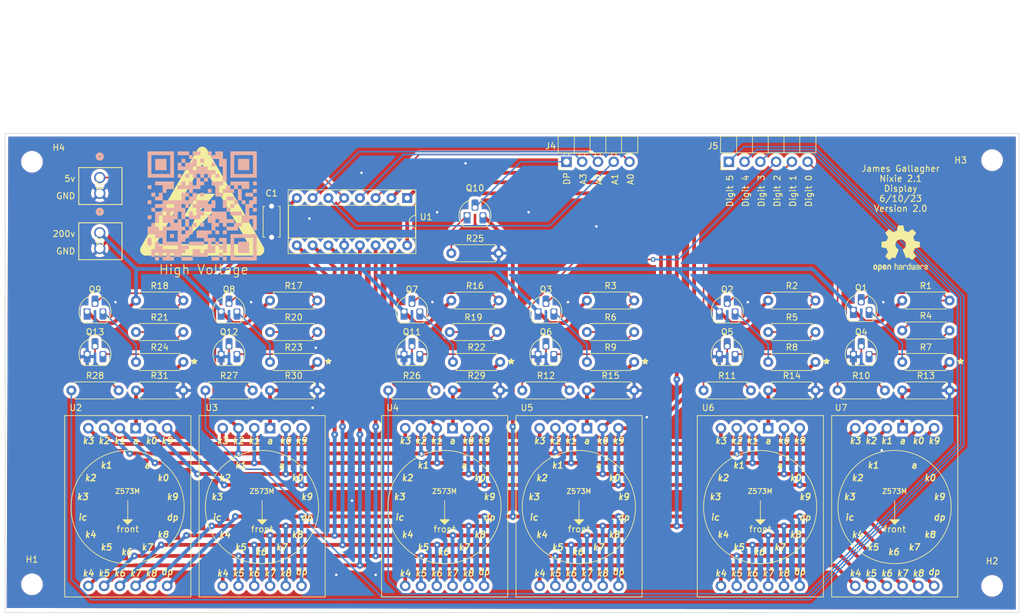
<source format=kicad_pcb>
(kicad_pcb (version 20221018) (generator pcbnew)
  (layers (0 "F.Cu" signal) (31 "B.Cu" signal) (34 "B.Paste" user) (35 "F.Paste" user) (36 "B.SilkS" user "B.Silkscreen") (37 "F.SilkS" user "F.Silkscreen") (38 "B.Mask" user) (39 "F.Mask" user) (44 "Edge.Cuts" user))
  (net 0 "")
  (net 1 "Net-(Q1-C)")
  (net 2 "Net-(Q1-B)")
  (net 3 "Net-(Q4-C)")
  (net 4 "GND")
  (net 5 "Net-(Q2-C)")
  (net 6 "/tube_dp")
  (net 7 "/k8")
  (net 8 "/k9")
  (net 9 "DP")
  (net 10 "digit_0")
  (net 11 "digit_1")
  (net 12 "digit_2")
  (net 13 "/k2")
  (net 14 "digit_3")
  (net 15 "digit_4")
  (net 16 "digit_5")
  (net 17 "/k3")
  (net 18 "/k7")
  (net 19 "A0")
  (net 20 "A1")
  (net 21 "A2")
  (net 22 "A3")
  (net 23 "/k6")
  (net 24 "/k4")
  (net 25 "/k5")
  (net 26 "/k1")
  (net 27 "VCC")
  (net 28 "/k0")
  (net 29 "HV")
  (net 30 "Net-(Q3-C)")
  (net 31 "T1")
  (net 32 "T2")
  (net 33 "T3")
  (net 34 "T4")
  (net 35 "T5")
  (net 36 "T6")
  (net 37 "Net-(Q2-B)")
  (net 38 "Net-(Q7-C)")
  (net 39 "Net-(Q3-B)")
  (net 40 "Net-(Q4-B)")
  (net 41 "Net-(Q5-B)")
  (net 42 "Net-(Q5-C)")
  (net 43 "Net-(Q6-B)")
  (net 44 "Net-(Q6-C)")
  (net 45 "Net-(Q7-B)")
  (net 46 "Net-(Q8-C)")
  (net 47 "Net-(Q8-B)")
  (net 48 "Net-(Q9-C)")
  (net 49 "Net-(Q9-B)")
  (net 50 "Net-(Q10-E)")
  (net 51 "Net-(Q11-B)")
  (net 52 "Net-(Q11-C)")
  (net 53 "Net-(Q12-B)")
  (net 54 "Net-(Q12-C)")
  (net 55 "Net-(Q13-B)")
  (net 56 "Net-(Q13-C)")
  (footprint "Resistor_THT:R_Axial_DIN0207_L6.3mm_D2.5mm_P7.62mm_Horizontal" (layer "F.Cu") (at 128.524 118.872)
    (fp_text reference "R11")
    (fp_text value "10K")
  )
  (footprint "Resistor_THT:R_Axial_DIN0207_L6.3mm_D2.5mm_P7.62mm_Horizontal" (layer "F.Cu") (at 87.63 109.474)
    (fp_text reference "R19")
    (fp_text value "1M")
  )
  (footprint "Package_TO_SOT_THT:TO-92_HandSolder" (layer "F.Cu") (at 152.654 113.03)
    (fp_text reference "Q4")
    (fp_text value "MPSA42")
  )
  (footprint "Resistor_THT:R_Axial_DIN0207_L6.3mm_D2.5mm_P7.62mm_Horizontal" (layer "F.Cu") (at 138.938 104.394)
    (fp_text reference "R2")
    (fp_text value "10K")
  )
  (footprint "MountingHole:MountingHole_3mm" (layer "F.Cu") (at 175.006 150.368)
    (fp_text reference "H2")
    (fp_text value "MountingHole")
  )
  (footprint "Package_DIP:DIP-16_W7.62mm_Socket" (layer "F.Cu") (at 80.772 87.884 -90)
    (fp_text reference "U1")
    (fp_text value "74141")
  )
  (footprint "Connector_PinHeader_2.54mm:PinHeader_1x05_P2.54mm_Horizontal" (layer "F.Cu") (at 106.426 82.042 90)
    (fp_text reference "J4")
    (fp_text value "Conn_01x05_Socket" hide)
  )
  (footprint "Package_TO_SOT_THT:TO-92_HandSolder" (layer "F.Cu") (at 50.8 113.03)
    (fp_text reference "Q12")
    (fp_text value "MPSA42")
  )
  (footprint "Package_TO_SOT_THT:TO-92_HandSolder" (layer "F.Cu") (at 131.064 113.03)
    (fp_text reference "Q5")
    (fp_text value "MPSA42")
  )
  (footprint "Package_TO_SOT_THT:TO-92_HandSolder" (layer "F.Cu") (at 131.064 106.172)
    (fp_text reference "Q2")
    (fp_text value "MPSA92")
  )
  (footprint "Resistor_THT:R_Axial_DIN0207_L6.3mm_D2.5mm_P7.62mm_Horizontal" (layer "F.Cu") (at 37.084 109.474)
    (fp_text reference "R21")
    (fp_text value "1M")
  )
  (footprint "Resistor_THT:R_Axial_DIN0207_L6.3mm_D2.5mm_P7.62mm_Horizontal" (layer "F.Cu") (at 87.884 104.394)
    (fp_text reference "R16")
    (fp_text value "10K")
  )
  (footprint "Package_TO_SOT_THT:TO-92_HandSolder" (layer "F.Cu") (at 152.654 105.918)
    (fp_text reference "Q1")
    (fp_text value "MPSA92")
  )
  (footprint "nixie-2.1-footprints:Z573M_Board" (layer "F.Cu") (at 86.808 137.668)
    (fp_text reference "U4")
    (fp_text value "Z573M_Board")
  )
  (footprint "Resistor_THT:R_Axial_DIN0207_L6.3mm_D2.5mm_P7.62mm_Horizontal" (layer "F.Cu") (at 160.528 109.22)
    (fp_text reference "R4")
    (fp_text value "1M")
  )
  (footprint "Resistor_THT:R_Axial_DIN0207_L6.3mm_D2.5mm_P7.62mm_Horizontal" (layer "F.Cu") (at 37.084 114.3)
    (fp_text reference "R24")
    (fp_text value "3.3K")
  )
  (footprint "Package_TO_SOT_THT:TO-92_HandSolder" (layer "F.Cu") (at 90.424 90.678)
    (fp_text reference "Q10")
    (fp_text value "MPSA42")
  )
  (footprint "Package_TO_SOT_THT:TO-92_HandSolder" (layer "F.Cu") (at 80.264 106.172)
    (fp_text reference "Q7")
    (fp_text value "MPSA92")
  )
  (footprint "Resistor_THT:R_Axial_DIN0207_L6.3mm_D2.5mm_P7.62mm_Horizontal" (layer "F.Cu") (at 109.728 114.3)
    (fp_text reference "R9")
    (fp_text value "3.3K")
  )
  (footprint "Package_TO_SOT_THT:TO-92_HandSolder" (layer "F.Cu") (at 101.854 106.172)
    (fp_text reference "Q3")
    (fp_text value "MPSA92")
  )
  (footprint "nixie-2.1-footprints:Z573M_Board" (layer "F.Cu") (at 137.668 137.668)
    (fp_text reference "U6")
    (fp_text value "Z573M_Board")
  )
  (footprint "Symbol:OSHW-Logo2_9.8x8mm_SilkScreen" (layer "F.Cu") (at 160.274 96.012)
    (fp_text reference "REF**" hide)
    (fp_text value "OSHW-Logo2_9.8x8mm_SilkScreen" hide)
  )
  (footprint "Resistor_THT:R_Axial_DIN0207_L6.3mm_D2.5mm_P7.62mm_Horizontal" (layer "F.Cu") (at 138.938 114.3)
    (fp_text reference "R8")
    (fp_text value "3.3K")
  )
  (footprint "Package_TO_SOT_THT:TO-92_HandSolder" (layer "F.Cu") (at 80.264 113.03)
    (fp_text reference "Q11")
    (fp_text value "MPSA42")
  )
  (footprint "Resistor_THT:R_Axial_DIN0207_L6.3mm_D2.5mm_P7.62mm_Horizontal" (layer "F.Cu") (at 88.138 114.3)
    (fp_text reference "R22")
    (fp_text value "3.3K")
  )
  (footprint "nixie-2.1-footprints:Z573M_Board" (layer "F.Cu") (at 35.754 137.668)
    (fp_text reference "U2")
    (fp_text value "Z573M_Board")
  )
  (footprint "Resistor_THT:R_Axial_DIN0207_L6.3mm_D2.5mm_P7.62mm_Horizontal" (layer "F.Cu") (at 26.67 118.872)
    (fp_text reference "R28")
    (fp_text value "10K")
  )
  (footprint "MountingHole:MountingHole_3mm" (layer "F.Cu") (at 20.32 82.042)
    (fp_text reference "H4")
    (fp_text value "MountingHole")
  )
  (footprint "nixie-2.1-footprints:Z573M_Board" (layer "F.Cu") (at 159.318 137.668)
    (fp_text reference "U7")
    (fp_text value "Z573M_Board")
  )
  (footprint "nixie-2.1-footprints:Z573M_Board" (layer "F.Cu") (at 108.458 137.668)
    (fp_text reference "U5")
    (fp_text value "Z573M_Board")
  )
  (footprint "Resistor_THT:R_Axial_DIN0207_L6.3mm_D2.5mm_P7.62mm_Horizontal" (layer "F.Cu") (at 58.674 114.3)
    (fp_text reference "R23")
    (fp_text value "3.3K")
  )
  (footprint "Resistor_THT:R_Axial_DIN0207_L6.3mm_D2.5mm_P7.62mm_Horizontal" (layer "F.Cu") (at 160.528 104.394)
    (fp_text reference "R1")
    (fp_text value "10K")
  )
  (footprint "nixie-2.1-footprints:CONN_OSTVN02A150_OST" (layer "F.Cu") (at 31.242 84.582 -90)
    (fp_text reference "J1")
    (fp_text value "OSTVN02A150")
  )
  (footprint "Resistor_THT:R_Axial_DIN0207_L6.3mm_D2.5mm_P7.62mm_Horizontal" (layer "F.Cu") (at 58.674 109.474)
    (fp_text reference "R20")
    (fp_text value "1M")
  )
  (footprint "Resistor_THT:R_Axial_DIN0207_L6.3mm_D2.5mm_P7.62mm_Horizontal" (layer "F.Cu") (at 58.674 118.872)
    (fp_text reference "R30")
    (fp_text value "220K")
  )
  (footprint "Resistor_THT:R_Axial_DIN0207_L6.3mm_D2.5mm_P7.62mm_Horizontal" (layer "F.Cu") (at 58.674 104.394)
    (fp_text reference "R17")
    (fp_text value "10K")
  )
  (footprint "MountingHole:MountingHole_3mm" (layer "F.Cu") (at 20.32 150.114)
    (fp_text reference "H1")
    (fp_text value "MountingHole")
  )
  (footprint "Resistor_THT:R_Axial_DIN0207_L6.3mm_D2.5mm_P7.62mm_Horizontal" (layer "F.Cu") (at 150.114 118.872)
    (fp_text reference "R10")
    (fp_text value "10K")
  )
  (footprint "Resistor_THT:R_Axial_DIN0207_L6.3mm_D2.5mm_P7.62mm_Horizontal" (layer "F.Cu") (at 109.728 104.394)
    (fp_text reference "R3")
    (fp_text value "10K")
  )
  (footprint "nixie-2.1-footprints:CONN_OSTVN02A150_OST" (layer "F.Cu") (at 31.242 93.472 -90)
    (fp_text reference "J2")
    (fp_text value "OSTVN02A150")
  )
  (footprint "Package_TO_SOT_THT:TO-92_HandSolder" (layer "F.Cu") (at 101.854 113.03)
    (fp_text reference "Q6")
    (fp_text value "MPSA42")
  )
  (footprint "Resistor_THT:R_Axial_DIN0207_L6.3mm_D2.5mm_P7.62mm_Horizontal" (layer "F.Cu") (at 37.084 104.394)
    (fp_text reference "R18")
    (fp_text value "10K")
  )
  (footprint "Resistor_THT:R_Axial_DIN0207_L6.3mm_D2.5mm_P7.62mm_Horizontal" (layer "F.Cu") (at 109.728 109.474)
    (fp_text reference "R6")
    (fp_text value "1M")
  )
  (footprint "Connector_PinHeader_2.54mm:PinHeader_1x06_P2.54mm_Horizontal" (layer "F.Cu") (at 132.588 82.042 90)
    (fp_text reference "J5")
    (fp_text value "Conn_01x06_Socket")
  )
  (footprint "Resistor_THT:R_Axial_DIN0207_L6.3mm_D2.5mm_P7.62mm_Horizontal" (layer "F.Cu") (at 87.884 96.774)
    (fp_text reference "R25")
    (fp_text value "12K")
  )
  (footprint "Resistor_THT:R_Axial_DIN0207_L6.3mm_D2.5mm_P7.62mm_Horizontal" (layer "F.Cu") (at 99.314 118.872)
    (fp_text reference "R12")
    (fp_text value "10K")
  )
  (footprint "Resistor_THT:R_Axial_DIN0207_L6.3mm_D2.5mm_P7.62mm_Horizontal" (layer "F.Cu") (at 37.084 118.872)
    (fp_text reference "R31")
    (fp_text value "220K")
  )
  (footprint "Resistor_THT:R_Axial_DIN0207_L6.3mm_D2.5mm_P7.62mm_Horizontal" (layer "F.Cu") (at 48.26 118.872)
    (fp_text reference "R27")
    (fp_text value "10K")
  )
  (footprint "Package_TO_SOT_THT:TO-92_HandSolder" (layer "F.Cu") (at 29.21 113.03)
    (fp_text reference "Q13")
    (fp_text value "MPSA42")
  )
  (footprint "Resistor_THT:R_Axial_DIN0207_L6.3mm_D2.5mm_P7.62mm_Horizontal" (layer "F.Cu") (at 160.528 114.3)
    (fp_text reference "R7")
    (fp_text value "3.3K")
  )
  (footprint "Capacitor_THT:C_Disc_D4.7mm_W2.5mm_P5.00mm" (layer "F.Cu") (at 58.928 94.194 90)
    (fp_text reference "C1")
    (fp_text value "100nF")
  )
  (footprint "nixie-2.1-footprints:Z573M_Board" (layer "F.Cu") (at 57.404 137.668)
    (fp_text reference "U3")
    (fp_text value "Z573M_Board")
  )
  (footprint "Resistor_THT:R_Axial_DIN0207_L6.3mm_D2.5mm_P7.62mm_Horizontal" (layer "F.Cu") (at 138.938 118.872)
    (fp_text reference "R14")
    (fp_text value "220K")
  )
  (footprint "Package_TO_SOT_THT:TO-92_HandSolder" (layer "F.Cu") (at 29.21 106.172)
    (fp_text reference "Q9")
    (fp_text value "MPSA92")
  )
  (footprint "nixie-2.1-footprints:High_Voltage_warning" (layer "F.Cu") (at 47.752 88.392)
    (fp_text reference "REF**" hide)
    (fp_text value "High_Voltage_warning" hide)
  )
  (footprint "Resistor_THT:R_Axial_DIN0207_L6.3mm_D2.5mm_P7.62mm_Horizontal" (layer "F.Cu") (at 109.728 118.872)
    (fp_text reference "R15")
    (fp_text value "220K")
  )
  (footprint "Package_TO_SOT_THT:TO-92_HandSolder" (layer "F.Cu") (at 50.8 106.172)
    (fp_text reference "Q8")
    (fp_text value "MPSA92")
  )
  (footprint "Resistor_THT:R_Axial_DIN0207_L6.3mm_D2.5mm_P7.62mm_Horizontal" (layer "F.Cu") (at 160.528 118.872)
    (fp_text reference "R13")
    (fp_text value "220K")
  )
  (footprint "Resistor_THT:R_Axial_DIN0207_L6.3mm_D2.5mm_P7.62mm_Horizontal" (layer "F.Cu") (at 138.938 109.474)
    (fp_text reference "R5")
    (fp_text value "1M")
  )
  (footprint "Resistor_THT:R_Axial_DIN0207_L6.3mm_D2.5mm_P7.62mm_Horizontal" (layer "F.Cu") (at 77.724 118.872)
    (fp_text reference "R26")
    (fp_text value "10K")
  )
  (footprint "Resistor_THT:R_Axial_DIN0207_L6.3mm_D2.5mm_P7.62mm_Horizontal" (layer "F.Cu") (at 88.138 118.872)
    (fp_text reference "R29")
    (fp_text value "220K")
  )
  (footprint "MountingHole:MountingHole_3mm" (layer "F.Cu") (at 175.006 81.788)
    (fp_text reference "H3")
    (fp_text value "MountingHole")
  )
  (footprint "nixie-2.1-footprints:QR-code-jhrg-nixie-2" (layer "B.Cu") (at 47.752 89.154 180)
    (fp_text reference "G***" hide)
    (fp_text value "LOGO" hide)
  )
  (gr_rect (start 16.002 77.47) (end 179.324 154.686) (stroke (width 0.1)) (fill none) (layer "Edge.Cuts"))
  (gr_text "Digit 0" (at 146.05 89.408 90) (layer "F.SilkS") (effects (font (size 1 1)) (justify left bottom)))
  (gr_text "5v" (at 25.463333 85.344) (layer "F.SilkS") (effects (font (size 1 1)) (justify left bottom)))
  (gr_text "Digit 2" (at 140.97 89.408 90) (layer "F.SilkS") (effects (font (size 1 1)) (justify left bottom)))
  (gr_text "*" (at 68.834 115.57) (layer "F.SilkS") (effects (font (size 1.5 1.5) (thickness 0.3) bold) (justify left bottom mirror)))
  (gr_text "Digit 1" (at 143.51 89.408 90) (layer "F.SilkS") (effects (font (size 1 1)) (justify left bottom)))
  (gr_text locked "James Gallagher\nNixie 2.1\nDisplay\n6/10/23\nVersion 2.0" (at 160.274 86.36) (layer "F.SilkS") (effects (font (size 1 1))))
  (gr_text "Digit 4" (at 135.89 89.408 90) (layer "F.SilkS") (effects (font (size 1 1)) (justify left bottom)))
  (gr_text locked "High Voltage" (at 48.006 98.552) (layer "F.SilkS") (effects (font (size 1.5 1.5)) (justify top)))
  (gr_text "*" (at 119.888 115.57) (layer "F.SilkS") (effects (font (size 1.5 1.5) (thickness 0.3) bold) (justify left bottom mirror)))
  (gr_text "*" (at 98.298 115.57) (layer "F.SilkS") (effects (font (size 1.5 1.5) (thickness 0.3) bold) (justify left bottom mirror)))
  (gr_text "GND" (at 24.13 97.028) (layer "F.SilkS") (effects (font (size 1 1)) (justify left bottom)))
  (gr_text "*" (at 149.098 115.57) (layer "F.SilkS") (effects (font (size 1.5 1.5) (thickness 0.3) bold) (justify left bottom mirror)))
  (gr_text "Digit 5" (at 133.35 89.408 90) (layer "F.SilkS") (effects (font (size 1 1)) (justify left bottom)))
  (gr_text "A1" (at 114.808 85.852 90) (layer "F.SilkS") (effects (font (size 1 1)) (justify left bottom)))
  (gr_text "*" (at 170.688 115.57) (layer "F.SilkS") (effects (font (size 1.5 1.5) (thickness 0.3) bold) (justify left bottom mirror)))
  (gr_text "Digit 3" (at 138.43 89.408 90) (layer "F.SilkS") (effects (font (size 1 1)) (justify left bottom)))
  (gr_text "GND" (at 24.13 88.138) (layer "F.SilkS") (effects (font (size 1 1)) (justify left bottom)))
  (gr_text "DP" (at 105.918 85.852 90) (layer "F.SilkS") (effects (font (size 1 1)) (justify left top)))
  (gr_text "*" (at 47.244 115.57) (layer "F.SilkS") (effects (font (size 1.5 1.5) (thickness 0.3) bold) (justify left bottom mirror)))
  (gr_text "A3" (at 109.728 85.852 90) (layer "F.SilkS") (effects (font (size 1 1)) (justify left bottom)))
  (gr_text "A2" (at 112.268 85.852 90) (layer "F.SilkS") (effects (font (size 1 1)) (justify left bottom)))
  (gr_text "A0" (at 117.348 85.852 90) (layer "F.SilkS") (effects (font (size 1 1)) (justify left bottom)))
  (gr_text "200v" (at 23.558571 94.234) (layer "F.SilkS") (effects (font (size 1 1)) (justify left bottom)))
  (segment (start 160.528 111.252) (end 160.528 114.3) (width 0.25) (layer "B.Cu") (net 1))
  (segment (start 155.194 105.918) (end 160.528 111.252) (width 0.25) (layer "B.Cu") (net 1))
  (segment (start 168.148 104.394) (end 165.354 104.394) (width 0.25) (layer "F.Cu") (net 2))
  (segment (start 166.973 103.219) (end 168.148 104.394) (width 0.25) (layer "F.Cu") (net 2))
  (segment (start 165.354 104.394) (end 160.528 109.22) (width 0.25) (layer "F.Cu") (net 2))
  (segment (start 153.924 104.648) (end 155.353 103.219) (width 0.25) (layer "F.Cu") (net 2))
  (segment (start 155.353 103.219) (end 166.973 103.219) (width 0.25) (layer "F.Cu") (net 2))
  (segment (start 168.148 109.22) (end 164.338 113.03) (width 0.25) (layer "F.Cu") (net 3))
  (segment (start 164.338 113.03) (end 155.194 113.03) (width 0.25) (layer "F.Cu") (net 3))
  (via (at 55.626 104.648) (size 0.8) (drill 0.4) (layers "F.Cu" "B.Cu") (net 4))
  (via (at 135.636 104.648) (size 0.8) (drill 0.4) (layers "F.Cu" "B.Cu") (net 4))
  (via (at 111.252 92.456) (size 0.8) (drill 0.4) (layers "F.Cu" "B.Cu") (net 4))
  (via (at 65.024 91.186) (size 0.8) (drill 0.4) (layers "F.Cu" "B.Cu") (net 4))
  (via (at 106.68 104.648) (size 0.8) (drill 0.4) (layers "F.Cu" "B.Cu") (net 4))
  (via (at 33.782 104.648) (size 0.8) (drill 0.4) (layers "F.Cu" "B.Cu") (net 4))
  (via (at 119.38 123.19) (size 0.8) (drill 0.4) (layers "F.Cu" "B.Cu") (net 4))
  (via (at 66.04 112.014) (size 0.8) (drill 0.4) (layers "F.Cu" "B.Cu") (net 4))
  (via (at 75.692 148.59) (size 0.8) (drill 0.4) (layers "F.Cu" "B.Cu") (net 4))
  (via (at 71.882 136.652) (size 0.8) (drill 0.4) (layers "F.Cu" "B.Cu") (net 4))
  (via (at 85.598 90.17) (size 0.8) (drill 0.4) (layers "F.Cu" "B.Cu") (net 4))
  (via (at 100.33 90.17) (size 0.8) (drill 0.4) (layers "F.Cu" "B.Cu") (net 4))
  (via (at 73.406 83.82) (size 0.8) (drill 0.4) (layers "F.Cu" "B.Cu") (net 4))
  (via (at 157.48 104.648) (size 0.8) (drill 0.4) (layers "F.Cu" "B.Cu") (net 4))
  (via (at 65.532 121.666) (size 0.8) (drill 0.4) (layers "F.Cu" "B.Cu") (net 4))
  (via (at 90.17 82.296) (size 0.8) (drill 0.4) (layers "F.Cu" "B.Cu") (net 4))
  (via (at 84.836 104.648) (size 0.8) (drill 0.4) (layers "F.Cu" "B.Cu") (net 4))
  (via (at 157.226 128.524) (size 0.8) (drill 0.4) (layers "F.Cu" "B.Cu") (net 4))
  (via (at 69.342 148.59) (size 0.8) (drill 0.4) (layers "F.Cu" "B.Cu") (net 4))
  (segment (start 138.938 111.506) (end 138.938 114.3) (width 0.25) (layer "B.Cu") (net 5))
  (segment (start 133.604 106.172) (end 138.938 111.506) (width 0.25) (layer "B.Cu") (net 5))
  (segment (start 97.79 95.504) (end 97.79 124.714) (width 0.606715) (layer "F.Cu") (net 6))
  (segment (start 165.668 150.368) (end 154.492 139.192) (width 0.606715) (layer "F.Cu") (net 6))
  (segment (start 92.964 90.678) (end 97.79 95.504) (width 0.606715) (layer "F.Cu") (net 6))
  (segment (start 154.492 139.192) (end 93.218 139.192) (width 0.606715) (layer "F.Cu") (net 6))
  (segment (start 93.218 139.192) (end 53.086 139.192) (width 0.606715) (layer "F.Cu") (net 6))
  (via (at 53.086 139.192) (size 1.09728) (drill 0.4) (layers "F.Cu" "B.Cu") (net 6))
  (via (at 63.754 139.192) (size 1.09728) (drill 0.4) (layers "F.Cu" "B.Cu") (net 6))
  (via (at 97.79 124.714) (size 1.09728) (drill 0.4) (layers "F.Cu" "B.Cu") (net 6))
  (via (at 114.808 139.192) (size 1.09728) (drill 0.4) (layers "F.Cu" "B.Cu") (net 6))
  (via (at 144.018 139.192) (size 1.09728) (drill 0.4) (layers "F.Cu" "B.Cu") (net 6))
  (via (at 97.79 139.192) (size 1.09728) (drill 0.4) (layers "F.Cu" "B.Cu") (net 6))
  (via (at 93.218 139.192) (size 1.09728) (drill 0.4) (layers "F.Cu" "B.Cu") (net 6))
  (segment (start 144.018 150.368) (end 144.018 139.192) (width 0.606715) (layer "B.Cu") (net 6))
  (segment (start 93.158 150.368) (end 93.158 139.252) (width 0.606715) (layer "B.Cu") (net 6))
  (segment (start 53.086 139.386) (end 53.086 139.192) (width 0.606715) (layer "B.Cu") (net 6))
  (segment (start 114.808 150.368) (end 114.808 139.192) (width 0.606715) (layer "B.Cu") (net 6))
  (segment (start 63.754 150.368) (end 63.754 139.192) (width 0.606715) (layer "B.Cu") (net 6))
  (segment (start 97.79 124.714) (end 97.79 139.192) (width 0.606715) (layer "B.Cu") (net 6))
  (segment (start 42.104 150.368) (end 53.086 139.386) (width 0.606715) (layer "B.Cu") (net 6))
  (segment (start 80.772 87.884) (end 83.312 85.344) (width 0.606715) (layer "F.Cu") (net 7))
  (segment (start 90.678 140.716) (end 49.276 140.716) (width 0.606715) (layer "F.Cu") (net 7))
  (segment (start 124.206 85.344) (end 124.206 117.094) (width 0.606715) (layer "F.Cu") (net 7))
  (segment (start 163.128 150.368) (end 153.476 140.716) (width 0.606715) (layer "F.Cu") (net 7))
  (segment (start 153.476 140.716) (end 90.678 140.716) (width 0.606715) (layer "F.Cu") (net 7))
  (segment (start 83.312 85.344) (end 124.206 85.344) (width 0.606715) (layer "F.Cu") (net 7))
  (via (at 49.276 140.716) (size 1.09728) (drill 0.4) (layers "F.Cu" "B.Cu") (net 7))
  (via (at 61.214 140.716) (size 1.09728) (drill 0.4) (layers "F.Cu" "B.Cu") (net 7))
  (via (at 112.268 140.716) (size 1.09728) (drill 0.4) (layers "F.Cu" "B.Cu") (net 7))
  (via (at 124.206 117.094) (size 1.09728) (drill 0.4) (layers "F.Cu" "B.Cu") (net 7))
  (via (at 90.678 140.716) (size 1.09728) (drill 0.4) (layers "F.Cu" "B.Cu") (net 7))
  (via (at 141.478 140.716) (size 1.09728) (drill 0.4) (layers "F.Cu" "B.Cu") (net 7))
  (via (at 124.206 140.716) (size 1.09728) (drill 0.4) (layers "F.Cu" "B.Cu") (net 7))
  (segment (start 49.216 140.716) (end 49.276 140.716) (width 0.606715) (layer "B.Cu") (net 7))
  (segment (start 39.564 150.368) (end 49.216 140.716) (width 0.606715) (layer "B.Cu") (net 7))
  (segment (start 124.206 117.094) (end 124.206 140.716) (width 0.606715) (layer "B.Cu") (net 7))
  (segment (start 61.214 150.368) (end 61.214 140.716) (width 0.606715) (layer "B.Cu") (net 7))
  (segment (start 90.618 150.368) (end 90.618 140.776) (width 0.606715) (layer "B.Cu") (net 7))
  (segment (start 141.478 150.368) (end 141.478 140.716) (width 0.606715) (layer "B.Cu") (net 7))
  (segment (start 112.268 150.368) (end 112.268 140.716) (width 0.606715) (layer "B.Cu") (net 7))
  (segment (start 127 118.364) (end 120.396 124.968) (width 0.606715) (layer "F.Cu") (net 8))
  (segment (start 165.668 124.968) (end 156.524 134.112) (width 0.606715) (layer "F.Cu") (net 8))
  (segment (start 120.396 124.968) (end 114.808 124.968) (width 0.606715) (layer "F.Cu") (net 8))
  (segment (start 156.524 134.112) (end 51.308 134.112) (width 0.606715) (layer "F.Cu") (net 8))
  (segment (start 82.296 83.82) (end 127 83.82) (width 0.606715) (layer "F.Cu") (net 8))
  (segment (start 127 83.82) (end 127 118.364) (width 0.606715) (layer "F.Cu") (net 8))
  (segment (start 78.232 87.884) (end 82.296 83.82) (width 0.606715) (layer "F.Cu") (net 8))
  (via (at 63.754 134.112) (size 1.09728) (drill 0.4) (layers "F.Cu" "B.Cu") (net 8))
  (via (at 93.218 134.112) (size 1.09728) (drill 0.4) (layers "F.Cu" "B.Cu") (net 8))
  (via (at 51.308 134.112) (size 1.09728) (drill 0.4) (layers "F.Cu" "B.Cu") (net 8))
  (via (at 144.018 134.112) (size 1.09728) (drill 0.4) (layers "F.Cu" "B.Cu") (net 8))
  (via (at 114.808 134.112) (size 1.09728) (drill 0.4) (layers "F.Cu" "B.Cu") (net 8))
  (segment (start 63.754 124.968) (end 63.754 134.112) (width 0.606715) (layer "B.Cu") (net 8))
  (segment (start 42.104 124.968) (end 51.248 134.112) (width 0.606715) (layer "B.Cu") (net 8))
  (segment (start 93.158 124.968) (end 93.158 134.052) (width 0.606715) (layer "B.Cu") (net 8))
  (segment (start 144.018 124.968) (end 144.018 134.112) (width 0.606715) (layer "B.Cu") (net 8))
  (segment (start 114.808 124.968) (end 114.808 134.112) (width 0.606715) (layer "B.Cu") (net 8))
  (segment (start 51.248 134.112) (end 51.308 134.112) (width 0.606715) (layer "B.Cu") (net 8))
  (segment (start 93.158 134.052) (end 93.218 134.112) (width 0.606715) (layer "B.Cu") (net 8))
  (segment (start 99.06 82.042) (end 106.426 82.042) (width 0.25) (layer "B.Cu") (net 9))
  (segment (start 91.694 89.408) (end 99.06 82.042) (width 0.25) (layer "B.Cu") (net 9))
  (segment (start 150.114 118.872) (end 150.114 86.868) (width 0.25) (layer "F.Cu") (net 10))
  (segment (start 150.114 86.868) (end 145.288 82.042) (width 0.25) (layer "F.Cu") (net 10))
  (segment (start 128.524 118.872) (end 128.524 96.266) (width 0.25) (layer "F.Cu") (net 11))
  (segment (start 128.524 96.266) (end 142.748 82.042) (width 0.25) (layer "F.Cu") (net 11))
  (segment (start 99.314 106.563472) (end 108.087472 97.79) (width 0.25) (layer "F.Cu") (net 12))
  (segment (start 108.087472 97.79) (end 120.396 97.79) (width 0.25) (layer "F.Cu") (net 12))
  (segment (start 99.314 118.872) (end 99.314 106.563472) (width 0.25) (layer "F.Cu") (net 12))
  (via (at 120.396 97.79) (size 0.8) (drill 0.4) (layers "F.Cu" "B.Cu") (net 12))
  (segment (start 120.396 97.79) (end 124.46 97.79) (width 0.25) (layer "B.Cu") (net 12))
  (segment (start 124.46 97.79) (end 140.208 82.042) (width 0.25) (layer "B.Cu") (net 12))
  (segment (start 62.992 87.884) (end 49.696643 101.179357) (width 0.606715) (layer "F.Cu") (net 13))
  (segment (start 151.444 129.032) (end 36.068 129.032) (width 0.606715) (layer "F.Cu") (net 13))
  (segment (start 155.508 124.968) (end 151.444 129.032) (width 0.606715) (layer "F.Cu") (net 13))
  (segment (start 49.696643 121.070643) (end 53.594 124.968) (width 0.606715) (layer "F.Cu") (net 13))
  (segment (start 49.696643 101.179357) (end 49.696643 121.070643) (width 0.606715) (layer "F.Cu") (net 13))
  (via (at 53.594 129.032) (size 1.09728) (drill 0.4) (layers "F.Cu" "B.Cu") (net 13))
  (via (at 36.068 129.032) (size 1.09728) (drill 0.4) (layers "F.Cu" "B.Cu") (net 13))
  (via (at 83.058 129.032) (size 1.09728) (drill 0.4) (layers "F.Cu" "B.Cu") (net 13))
  (via (at 133.858 129.032) (size 1.09728) (drill 0.4) (layers "F.Cu" "B.Cu") (net 13))
  (via (at 104.648 128.778) (size 1.09728) (drill 0.4) (layers "F.Cu" "B.Cu") (net 13))
  (segment (start 53.594 124.968) (end 53.594 129.032) (width 0.606715) (layer "B.Cu") (net 13))
  (segment (start 36.008 129.032) (end 36.068 129.032) (width 0.606715) (layer "B.Cu") (net 13))
  (segment (start 82.998 128.972) (end 82.998 124.968) (width 0.606715) (layer "B.Cu") (net 13))
  (segment (start 83.058 129.032) (end 82.998 128.972) (width 0.606715) (layer "B.Cu") (net 13))
  (segment (start 31.944 124.968) (end 36.008 129.032) (width 0.606715) (layer "B.Cu") (net 13))
  (segment (start 104.648 124.968) (end 104.648 128.778) (width 0.606715) (layer "B.Cu") (net 13))
  (segment (start 133.858 124.968) (end 133.858 129.032) (width 0.606715) (layer "B.Cu") (net 13))
  (segment (start 169.418 103.886) (end 169.418 127.508) (width 0.25) (layer "B.Cu") (net 14))
  (segment (start 146.05 80.518) (end 139.192 80.518) (width 0.25) (layer "B.Cu") (net 14))
  (segment (start 79.995588 151.638) (end 77.724 149.366412) (width 0.25) (layer "B.Cu") (net 14))
  (segment (start 139.192 80.518) (end 137.668 82.042) (width 0.25) (layer "B.Cu") (net 14))
  (segment (start 169.418 103.886) (end 146.05 80.518) (width 0.25) (layer "B.Cu") (net 14))
  (segment (start 145.288 151.638) (end 79.995588 151.638) (width 0.25) (layer "B.Cu") (net 14))
  (segment (start 77.724 149.366412) (end 77.724 118.872) (width 0.25) (layer "B.Cu") (net 14))
  (segment (start 169.418 127.508) (end 145.288 151.638) (width 0.25) (layer "B.Cu") (net 14))
  (segment (start 54.827775 131.572) (end 48.26 125.004225) (width 0.25) (layer "B.Cu") (net 15))
  (segment (start 146.236396 80.068) (end 137.102 80.068) (width 0.25) (layer "B.Cu") (net 15))
  (segment (start 57.440225 131.572) (end 54.827775 131.572) (width 0.25) (layer "B.Cu") (net 15))
  (segment (start 76.708 152.146) (end 64.979 140.417) (width 0.25) (layer "B.Cu") (net 15))
  (segment (start 169.926 103.757604) (end 169.926 127.636396) (width 0.25) (layer "B.Cu") (net 15))
  (segment (start 64.979 139.110775) (end 57.440225 131.572) (width 0.25) (layer "B.Cu") (net 15))
  (segment (start 137.102 80.068) (end 135.128 82.042) (width 0.25) (layer "B.Cu") (net 15))
  (segment (start 169.926 103.757604) (end 146.236396 80.068) (width 0.25) (layer "B.Cu") (net 15))
  (segment (start 64.979 140.417) (end 64.979 139.110775) (width 0.25) (layer "B.Cu") (net 15))
  (segment (start 169.926 127.636396) (end 145.416396 152.146) (width 0.25) (layer "B.Cu") (net 15))
  (segment (start 48.26 125.004225) (end 48.26 118.872) (width 0.25) (layer "B.Cu") (net 15))
  (segment (start 145.416396 152.146) (end 76.708 152.146) (width 0.25) (layer "B.Cu") (net 15))
  (segment (start 135.012 79.618) (end 132.588 82.042) (width 0.25) (layer "B.Cu") (net 16))
  (segment (start 146.422792 79.618) (end 135.012 79.618) (width 0.25) (layer "B.Cu") (net 16))
  (segment (start 29.899588 152.596) (end 145.602792 152.596) (width 0.25) (layer "B.Cu") (net 16))
  (segment (start 26.67 118.872) (end 26.67 149.366412) (width 0.25) (layer "B.Cu") (net 16))
  (segment (start 145.602792 152.596) (end 170.434 127.764792) (width 0.25) (layer "B.Cu") (net 16))
  (segment (start 26.67 149.366412) (end 29.899588 152.596) (width 0.25) (layer "B.Cu") (net 16))
  (segment (start 170.434 127.764792) (end 170.434 103.629208) (width 0.25) (layer "B.Cu") (net 16))
  (segment (start 170.434 103.629208) (end 146.422792 79.618) (width 0.25) (layer "B.Cu") (net 16))
  (segment (start 31.944 127.508) (end 29.404 124.968) (width 0.606715) (layer "F.Cu") (net 17))
  (segment (start 51.054 127.254) (end 50.8 127.508) (width 0.606715) (layer "F.Cu") (net 17))
  (segment (start 62.992 95.504) (end 67.818 100.33) (width 0.606715) (layer "F.Cu") (net 17))
  (segment (start 102.108 127.508) (end 80.264 127.508) (width 0.606715) (layer "F.Cu") (net 17))
  (segment (start 152.968 124.968) (end 150.428 127.508) (width 0.606715) (layer "F.Cu") (net 17))
  (segment (start 131.318 124.968) (end 131.318 127.254) (width 0.606715) (layer "F.Cu") (net 17))
  (segment (start 80.458 127.314) (end 80.264 127.508) (width 0.606715) (layer "F.Cu") (net 17))
  (segment (start 67.818 127.508) (end 80.264 127.508) (width 0.606715) (layer "F.Cu") (net 17))
  (segment (start 67.818 100.33) (end 67.818 127.508) (width 0.606715) (layer "F.Cu") (net 17))
  (segment (start 102.108 124.968) (end 102.108 127.508) (width 0.606715) (layer "F.Cu") (net 17))
  (segment (start 67.818 127.508) (end 50.8 127.508) (width 0.606715) (layer "F.Cu") (net 17))
  (segment (start 50.8 127.508) (end 31.944 127.508) (width 0.606715) (layer "F.Cu") (net 17))
  (segment (start 131.318 127.254) (end 131.572 127.508) (width 0.606715) (layer "F.Cu") (net 17))
  (segment (start 51.054 124.968) (end 51.054 127.254) (width 0.606715) (layer "F.Cu") (net 17))
  (segment (start 80.458 124.968) (end 80.458 127.314) (width 0.606715) (layer "F.Cu") (net 17))
  (segment (start 131.572 127.508) (end 102.108 127.508) (width 0.606715) (layer "F.Cu") (net 17))
  (segment (start 150.428 127.508) (end 131.572 127.508) (width 0.606715) (layer "F.Cu") (net 17))
  (segment (start 65.532 95.504) (end 69.088 99.06) (width 0.606715) (layer "F.Cu") (net 18))
  (segment (start 152.46 142.24) (end 109.728 142.24) (width 0.606715) (layer "F.Cu") (net 18))
  (segment (start 69.088 99.06) (end 69.088 125.984) (width 0.606715) (layer "F.Cu") (net 18))
  (segment (start 160.588 150.368) (end 152.46 142.24) (width 0.606715) (layer "F.Cu") (net 18))
  (segment (start 109.728 142.24) (end 45.152 142.24) (width 0.606715) (layer "F.Cu") (net 18))
  (via (at 69.088 142.24) (size 1.09728) (drill 0.4) (layers "F.Cu" "B.Cu") (net 18))
  (via (at 58.674 142.24) (size 1.09728) (drill 0.4) (layers "F.Cu" "B.Cu") (net 18))
  (via (at 69.088 125.984) (size 1.09728) (drill 0.4) (layers "F.Cu" "B.Cu") (net 18))
  (via (at 138.938 142.24) (size 1.09728) (drill 0.4) (layers "F.Cu" "B.Cu") (net 18))
  (via (at 88.138 142.24) (size 1.09728) (drill 0.4) (layers "F.Cu" "B.Cu") (net 18))
  (via (at 45.212 142.24) (size 1.09728) (drill 0.4) (layers "F.Cu" "B.Cu") (net 18))
  (via (at 109.728 142.24) (size 1.09728) (drill 0.4) (layers "F.Cu" "B.Cu") (net 18))
  (segment (start 45.152 142.24) (end 45.212 142.24) (width 0.606715) (layer "B.Cu") (net 18))
  (segment (start 109.728 150.368) (end 109.728 142.24) (width 0.606715) (layer "B.Cu") (net 18))
  (segment (start 88.078 150.368) (end 88.078 142.3) (width 0.606715) (layer "B.Cu") (net 18))
  (segment (start 58.674 150.368) (end 58.674 142.24) (width 0.606715) (layer "B.Cu") (net 18))
  (segment (start 69.088 125.984) (end 69.088 142.24) (width 0.606715) (layer "B.Cu") (net 18))
  (segment (start 138.938 150.368) (end 138.938 142.24) (width 0.606715) (layer "B.Cu") (net 18))
  (segment (start 88.078 142.3) (end 88.138 142.24) (width 0.606715) (layer "B.Cu") (net 18))
  (segment (start 37.024 150.368) (end 45.152 142.24) (width 0.606715) (layer "B.Cu") (net 18))
  (segment (start 82.709 80.867) (end 75.692 87.884) (width 0.25) (layer "F.Cu") (net 19))
  (segment (start 116.586 82.042) (end 115.411 80.867) (width 0.25) (layer "F.Cu") (net 19))
  (segment (start 115.411 80.867) (end 82.709 80.867) (width 0.25) (layer "F.Cu") (net 19))
  (segment (start 68.072 87.884) (end 72.541 92.353) (width 0.25) (layer "B.Cu") (net 20))
  (segment (start 103.735 92.353) (end 114.046 82.042) (width 0.25) (layer "B.Cu") (net 20))
  (segment (start 72.541 92.353) (end 103.735 92.353) (width 0.25) (layer "B.Cu") (net 20))
  (segment (start 72.999 80.417) (end 65.532 87.884) (width 0.25) (layer "B.Cu") (net 21))
  (segment (start 111.506 82.042) (end 109.881 80.417) (width 0.25) (layer "B.Cu") (net 21))
  (segment (start 109.881 80.417) (end 72.999 80.417) (width 0.25) (layer "B.Cu") (net 21))
  (segment (start 108.966 82.042) (end 107.791 80.867) (width 0.25) (layer "B.Cu") (net 22))
  (segment (start 80.169 80.867) (end 73.152 87.884) (width 0.25) (layer "B.Cu") (net 22))
  (segment (start 107.791 80.867) (end 80.169 80.867) (width 0.25) (layer "B.Cu") (net 22))
  (segment (start 151.444 143.764) (end 41.088 143.764) (width 0.606715) (layer "F.Cu") (net 23))
  (segment (start 158.048 150.368) (end 151.444 143.764) (width 0.606715) (layer "F.Cu") (net 23))
  (segment (start 70.358 97.79) (end 70.358 124.714) (width 0.606715) (layer "F.Cu") (net 23))
  (segment (start 68.072 95.504) (end 70.358 97.79) (width 0.606715) (layer "F.Cu") (net 23))
  (via (at 70.358 124.714) (size 1.09728) (drill 0.4) (layers "F.Cu" "B.Cu") (net 23))
  (via (at 41.148 143.764) (size 1.09728) (drill 0.4) (layers "F.Cu" "B.Cu") (net 23))
  (via (at 70.358 143.764) (size 1.09728) (drill 0.4) (layers "F.Cu" "B.Cu") (net 23))
  (via (at 85.598 143.764) (size 1.09728) (drill 0.4) (layers "F.Cu" "B.Cu") (net 23))
  (via (at 56.134 143.764) (size 1.09728) (drill 0.4) (layers "F.Cu" "B.Cu") (net 23))
  (via (at 136.398 143.764) (size 1.09728) (drill 0.4) (layers "F.Cu" "B.Cu") (net 23))
  (via (at 107.188 143.764) (size 1.09728) (drill 0.4) (layers "F.Cu" "B.Cu") (net 23))
  (segment (start 85.538 143.824) (end 85.598 143.764) (width 0.606715) (layer "B.Cu") (net 23))
  (segment (start 41.088 143.764) (end 41.148 143.764) (width 0.606715) (layer "B.Cu") (net 23))
  (segment (start 34.484 150.368) (end 41.088 143.764) (width 0.606715) (layer "B.Cu") (net 23))
  (segment (start 85.538 150.368) (end 85.538 143.824) (width 0.606715) (layer "B.Cu") (net 23))
  (segment (start 56.134 150.368) (end 56.134 143.764) (width 0.606715) (layer "B.Cu") (net 23))
  (segment (start 107.188 150.368) (end 107.188 143.764) (width 0.606715) (layer "B.Cu") (net 23))
  (segment (start 136.398 150.368) (end 136.398 143.764) (width 0.606715) (layer "B.Cu") (net 23))
  (segment (start 70.358 124.714) (end 70.358 143.764) (width 0.606715) (layer "B.Cu") (net 23))
  (segment (start 32.706 147.066) (end 29.404 150.368) (width 0.606715) (layer "F.Cu") (net 24))
  (segment (start 80.458 150.368) (end 80.458 147.126) (width 0.606715) (layer "F.Cu") (net 24))
  (segment (start 80.458 147.126) (end 80.518 147.066) (width 0.606715) (layer "F.Cu") (net 24))
  (segment (start 102.108 150.368) (end 102.108 147.066) (width 0.606715) (layer "F.Cu") (net 24))
  (segment (start 149.666 147.066) (end 131.318 147.066) (width 0.606715) (layer "F.Cu") (net 24))
  (segment (start 131.318 150.368) (end 131.318 147.066) (width 0.606715) (layer "F.Cu") (net 24))
  (segment (start 73.152 95.504) (end 73.152 125.984) (width 0.606715) (layer "F.Cu") (net 24))
  (segment (start 131.318 147.066) (end 102.108 147.066) (width 0.606715) (layer "F.Cu") (net 24))
  (segment (start 80.518 147.066) (end 51.054 147.066) (width 0.606715) (layer "F.Cu") (net 24))
  (segment (start 51.054 150.368) (end 51.054 147.066) (width 0.606715) (layer "F.Cu") (net 24))
  (segment (start 51.054 147.066) (end 32.706 147.066) (width 0.606715) (layer "F.Cu") (net 24))
  (segment (start 102.108 147.066) (end 80.518 147.066) (width 0.606715) (layer "F.Cu") (net 24))
  (segment (start 152.968 150.368) (end 149.666 147.066) (width 0.606715) (layer "F.Cu") (net 24))
  (via (at 73.152 147.066) (size 1.09728) (drill 0.4) (layers "F.Cu" "B.Cu") (net 24))
  (via (at 73.152 125.984) (size 1.09728) (drill 0.4) (layers "F.Cu" "B.Cu") (net 24))
  (segment (start 73.152 125.984) (end 73.152 147.066) (width 0.606715) (layer "B.Cu") (net 24))
  (segment (start 155.508 150.368) (end 150.682 145.542) (width 0.606715) (layer "F.Cu") (net 25))
  (segment (start 75.692 95.504) (end 75.692 124.714) (width 0.606715) (layer "F.Cu") (net 25))
  (segment (start 150.682 145.542) (end 36.83 145.542) (width 0.606715) (layer "F.Cu") (net 25))
  (via (at 53.594 145.542) (size 1.09728) (drill 0.4) (layers "F.Cu" "B.Cu") (net 25))
  (via (at 83.058 145.542) (size 1.09728) (drill 0.4) (layers "F.Cu" "B.Cu") (net 25))
  (via (at 36.83 145.542) (size 1.09728) (drill 0.4) (layers "F.Cu" "B.Cu") (net 25))
  (via (at 75.692 145.542) (size 1.09728) (drill 0.4) (layers "F.Cu" "B.Cu") (net 25))
  (via (at 133.858 145.542) (size 1.09728) (drill 0.4) (layers "F.Cu" "B.Cu") (net 25))
  (via (at 75.692 124.714) (size 1.09728) (drill 0.4) (layers "F.Cu" "B.Cu") (net 25))
  (via (at 104.648 145.542) (size 1.09728) (drill 0.4) (layers "F.Cu" "B.Cu") (net 25))
  (segment (start 82.998 145.602) (end 83.058 145.542) (width 0.606715) (layer "B.Cu") (net 25))
  (segment (start 75.692 124.714) (end 75.692 145.542) (width 0.606715) (layer "B.Cu") (net 25))
  (segment (start 31.944 150.368) (end 36.77 145.542) (width 0.606715) (layer "B.Cu") (net 25))
  (segment (start 133.858 150.368) (end 133.858 145.542) (width 0.606715) (layer "B.Cu") (net 25))
  (segment (start 36.77 145.542) (end 36.83 145.542) (width 0.606715) (layer "B.Cu") (net 25))
  (segment (start 53.594 150.368) (end 53.594 145.542) (width 0.606715) (layer "B.Cu") (net 25))
  (segment (start 82.998 150.368) (end 82.998 145.602) (width 0.606715) (layer "B.Cu") (net 25))
  (segment (start 104.648 150.368) (end 104.648 145.542) (width 0.606715) (layer "B.Cu") (net 25))
  (segment (start 78.232 95.504) (end 78.232 117.348) (width 0.606715) (layer "F.Cu") (net 26))
  (segment (start 158.048 124.968) (end 152.46 130.556) (width 0.606715) (layer "F.Cu") (net 26))
  (segment (start 78.232 117.348) (end 85.538 124.654) (width 0.606715) (layer "F.Cu") (net 26))
  (segment (start 85.598 130.556) (end 40.072 130.556) (width 0.606715) (layer "F.Cu") (net 26))
  (segment (start 85.538 124.654) (end 85.538 124.968) (width 0.606715) (layer "F.Cu") (net 26))
  (segment (start 152.46 130.556) (end 85.598 130.556) (width 0.606715) (layer "F.Cu") (net 26))
  (via (at 85.598 130.556) (size 1.09728) (drill 0.4) (layers "F.Cu" "B.Cu") (net 26))
  (via (at 56.134 130.556) (size 1.09728) (drill 0.4) (layers "F.Cu" "B.Cu") (net 26))
  (via (at 107.188 130.556) (size 1.09728) (drill 0.4) (layers "F.Cu" "B.Cu") (net 26))
  (via (at 40.132 130.556) (size 1.09728) (drill 0.4) (layers "F.Cu" "B.Cu") (net 26))
  (via (at 136.398 130.556) (size 1.09728) (drill 0.4) (layers "F.Cu" "B.Cu") (net 26))
  (segment (start 56.134 124.968) (end 56.134 130.556) (width 0.606715) (layer "B.Cu") (net 26))
  (segment (start 85.538 130.496) (end 85.598 130.556) (width 0.606715) (layer "B.Cu") (net 26))
  (segment (start 107.188 124.968) (end 107.188 130.556) (width 0.606715) (layer "B.Cu") (net 26))
  (segment (start 136.398 124.968) (end 136.398 130.556) (width 0.606715) (layer "B.Cu") (net 26))
  (segment (start 85.538 124.968) (end 85.538 130.496) (width 0.606715) (layer "B.Cu") (net 26))
  (segment (start 34.484 124.968) (end 40.072 130.556) (width 0.606715) (layer "B.Cu") (net 26))
  (segment (start 40.072 130.556) (end 40.132 130.556) (width 0.606715) (layer "B.Cu") (net 26))
  (segment (start 31.242 84.582) (end 67.31 84.582) (width 0.25) (layer "F.Cu") (net 27))
  (segment (start 64.302 94.194) (end 58.928 94.194) (width 0.25) (layer "F.Cu") (net 27))
  (segment (start 70.612 87.884) (end 64.302 94.194) (width 0.25) (layer "F.Cu") (net 27))
  (segment (start 67.31 84.582) (end 70.612 87.884) (width 0.25) (layer "F.Cu") (net 27))
  (segment (start 84.074 87.122) (end 121.666 87.122) (width 0.606715) (layer "F.Cu") (net 28))
  (segment (start 155.762 132.334) (end 46.99 132.334) (width 0.606715) (layer "F.Cu") (net 28))
  (segment (start 163.128 124.968) (end 155.762 132.334) (width 0.606715) (layer "F.Cu") (net 28))
  (segment (start 80.772 95.504) (end 80.772 90.424) (width 0.606715) (layer "F.Cu") (net 28))
  (segment (start 115.57 121.666) (end 112.268 124.968) (width 0.606715) (layer "F.Cu") (net 28))
  (segment (start 121.666 87.122) (end 121.666 121.666) (width 0.606715) (layer "F.Cu") (net 28))
  (segment (start 121.666 121.666) (end 115.57 121.666) (width 0.606715) (layer "F.Cu") (net 28))
  (segment (start 80.772 90.424) (end 84.074 87.122) (width 0.606715) (layer "F.Cu") (net 28))
  (via (at 141.478 132.334) (size 1.09728) (drill 0.4) (layers "F.Cu" "B.Cu") (net 28))
  (via (at 61.214 132.334) (size 1.09728) (drill 0.4) (layers "F.Cu" "B.Cu") (net 28))
  (via (at 112.268 132.334) (size 1.09728) (drill 0.4) (layers "F.Cu" "B.Cu") (net 28))
  (via (at 46.99 132.334) (size 1.09728) (drill 0.4) (layers "F.Cu" "B.Cu") (net 28))
  (via (at 90.678 132.334) (size 1.09728) (drill 0.4) (layers "F.Cu" "B.Cu") (net 28))
  (segment (start 61.214 124.968) (end 61.214 132.334) (width 0.606715) (layer "B.Cu") (net 28))
  (segment (start 90.618 132.274) (end 90.678 132.334) (width 0.606715) (layer "B.Cu") (net 28))
  (segment (start 90.618 124.968) (end 90.618 132.274) (width 0.606715) (layer "B.Cu") (net 28))
  (segment (start 46.93 132.334) (end 46.99 132.334) (width 0.606715) (layer "B.Cu") (net 28))
  (segment (start 141.478 124.968) (end 141.478 132.334) (width 0.606715) (layer "B.Cu") (net 28))
  (segment (start 112.268 124.968) (end 112.268 132.334) (width 0.606715) (layer "B.Cu") (net 28))
  (segment (start 39.564 124.968) (end 46.93 132.334) (width 0.606715) (layer "B.Cu") (net 28))
  (segment (start 55.042643 108.025357) (end 52.653357 108.025357) (width 0.606715) (layer "F.Cu") (net 29))
  (segment (start 87.884 104.394) (end 84.252643 108.025357) (width 0.606715) (layer "F.Cu") (net 29))
  (segment (start 52.653357 108.025357) (end 50.8 106.172) (width 0.606715) (layer "F.Cu") (net 29))
  (segment (start 157.150643 107.771357) (end 154.507357 107.771357) (width 0.606715) (layer "F.Cu") (net 29))
  (segment (start 58.674 104.394) (end 55.042643 108.025357) (width 0.606715) (layer "F.Cu") (net 29))
  (segment (start 106.096643 108.025357) (end 103.707357 108.025357) (width 0.606715) (layer "F.Cu") (net 29))
  (segment (start 132.917357 108.025357) (end 131.064 106.172) (width 0.606715) (layer "F.Cu") (net 29))
  (segment (start 103.707357 108.025357) (end 101.854 106.172) (width 0.606715) (layer "F.Cu") (net 29))
  (segment (start 135.306643 108.025357) (end 132.917357 108.025357) (width 0.606715) (layer "F.Cu") (net 29))
  (segment (start 160.528 104.394) (end 157.150643 107.771357) (width 0.606715) (layer "F.Cu") (net 29))
  (segment (start 37.084 104.394) (end 33.452643 108.025357) (width 0.606715) (layer "F.Cu") (net 29))
  (segment (start 33.452643 108.025357) (end 31.063357 108.025357) (width 0.606715) (layer "F.Cu") (net 29))
  (segment (start 138.938 104.394) (end 135.306643 108.025357) (width 0.606715) (layer "F.Cu") (net 29))
  (segment (start 109.728 104.394) (end 106.096643 108.025357) (width 0.606715) (layer "F.Cu") (net 29))
  (segment (start 84.252643 108.025357) (end 82.117357 108.025357) (width 0.606715) (layer "F.Cu") (net 29))
  (segment (start 31.063357 108.025357) (end 29.21 106.172) (width 0.606715) (layer "F.Cu") (net 29))
  (segment (start 154.507357 107.771357) (end 152.654 105.918) (width 0.606715) (layer "F.Cu") (net 29))
  (segment (start 82.117357 108.025357) (end 80.264 106.172) (width 0.606715) (layer "F.Cu") (net 29))
  (segment (start 152.654 105.918) (end 146.05 99.314) (width 0.606715) (layer "B.Cu") (net 29))
  (segment (start 43.942 99.314) (end 37.084 99.314) (width 0.606715) (layer "B.Cu") (net 29))
  (segment (start 94.996 99.314) (end 73.406 99.314) (width 0.606715) (layer "B.Cu") (net 29))
  (segment (start 80.264 106.172) (end 73.406 99.314) (width 0.606715) (layer "B.Cu") (net 29))
  (segment (start 101.854 106.172) (end 94.996 99.314) (width 0.606715) (layer "B.Cu") (net 29))
  (segment (start 31.242 93.472) (end 37.084 99.314) (width 0.606715) (layer "B.Cu") (net 29))
  (segment (start 146.05 99.314) (end 124.206 99.314) (width 0.606715) (layer "B.Cu") (net 29))
  (segment (start 124.206 99.314) (end 94.996 99.314) (width 0.606715) (layer "B.Cu") (net 29))
  (segment (start 37.084 99.314) (end 37.084 104.394) (width 0.606715) (layer "B.Cu") (net 29))
  (segment (start 50.8 106.172) (end 43.942 99.314) (width 0.606715) (layer "B.Cu") (net 29))
  (segment (start 131.064 106.172) (end 124.206 99.314) (width 0.606715) (layer "B.Cu") (net 29))
  (segment (start 73.406 99.314) (end 43.942 99.314) (width 0.606715) (layer "B.Cu") (net 29))
  (segment (start 104.394 106.172) (end 109.728 111.506) (width 0.25) (layer "B.Cu") (net 30))
  (segment (start 109.728 111.506) (end 109.728 114.3) (width 0.25) (layer "B.Cu") (net 30))
  (segment (start 168.148 114.3) (end 163.576 118.872) (width 0.606715) (layer "F.Cu") (net 31))
  (segment (start 160.528 118.872) (end 160.528 124.908) (width 0.606715) (layer "F.Cu") (net 31))
  (segment (start 160.528 124.908) (end 160.588 124.968) (width 0.606715) (layer "F.Cu") (net 31))
  (segment (start 163.576 118.872) (end 160.528 118.872) (width 0.606715) (layer "F.Cu") (net 31))
  (segment (start 138.938 118.872) (end 141.986 118.872) (width 0.606715) (layer "F.Cu") (net 32))
  (segment (start 138.938 118.872) (end 138.938 124.968) (width 0.606715) (layer "F.Cu") (net 32))
  (segment (start 141.986 118.872) (end 146.558 114.3) (width 0.606715) (layer "F.Cu") (net 32))
  (segment (start 109.728 118.872) (end 112.776 118.872) (width 0.606715) (layer "F.Cu") (net 33))
  (segment (start 112.776 118.872) (end 117.348 114.3) (width 0.606715) (layer "F.Cu") (net 33))
  (segment (start 109.728 118.872) (end 109.728 124.968) (width 0.606715) (layer "F.Cu") (net 33))
  (segment (start 88.138 118.872) (end 91.186 118.872) (width 0.606715) (layer "F.Cu") (net 34))
  (segment (start 88.138 118.872) (end 88.138 124.908) (width 0.606715) (layer "F.Cu") (net 34))
  (segment (start 88.138 124.908) (end 88.078 124.968) (width 0.606715) (layer "F.Cu") (net 34))
  (segment (start 91.186 118.872) (end 95.758 114.3) (width 0.606715) (layer "F.Cu") (net 34))
  (segment (start 58.674 118.872) (end 61.722 118.872) (width 0.606715) (layer "F.Cu") (net 35))
  (segment (start 61.722 118.872) (end 66.294 114.3) (width 0.606715) (layer "F.Cu") (net 35))
  (segment (start 58.674 118.872) (end 58.674 124.968) (width 0.606715) (layer "F.Cu") (net 35))
  (segment (start 37.084 118.872) (end 40.132 118.872) (width 0.606715) (layer "F.Cu") (net 36))
  (segment (start 40.132 118.872) (end 44.704 114.3) (width 0.606715) (layer "F.Cu") (net 36))
  (segment (start 37.084 118.872) (end 37.084 124.908) (width 0.606715) (layer "F.Cu") (net 36))
  (segment (start 37.084 124.908) (end 37.024 124.968) (width 0.606715) (layer "F.Cu") (net 36))
  (segment (start 145.383 103.219) (end 134.017 103.219) (width 0.25) (layer "F.Cu") (net 37))
  (segment (start 134.017 103.219) (end 132.334 104.902) (width 0.25) (layer "F.Cu") (net 37))
  (segment (start 138.938 109.474) (end 141.478 109.474) (width 0.25) (layer "F.Cu") (net 37))
  (segment (start 141.478 109.474) (end 146.558 104.394) (width 0.25) (layer "F.Cu") (net 37))
  (segment (start 146.558 104.394) (end 145.383 103.219) (width 0.25) (layer "F.Cu") (net 37))
  (segment (start 88.138 111.572991) (end 88.138 114.3) (width 0.25) (layer "B.Cu") (net 38))
  (segment (start 82.804 106.172) (end 82.804 106.238991) (width 0.25) (layer "B.Cu") (net 38))
  (segment (start 82.804 106.238991) (end 88.138 111.572991) (width 0.25) (layer "B.Cu") (net 38))
  (segment (start 104.807 103.219) (end 103.124 104.902) (width 0.25) (layer "F.Cu") (net 39))
  (segment (start 112.268 109.474) (end 117.348 104.394) (width 0.25) (layer "F.Cu") (net 39))
  (segment (start 117.348 104.394) (end 116.173 103.219) (width 0.25) (layer "F.Cu") (net 39))
  (segment (start 109.728 109.474) (end 112.268 109.474) (width 0.25) (layer "F.Cu") (net 39))
  (segment (start 116.173 103.219) (end 104.807 103.219) (width 0.25) (layer "F.Cu") (net 39))
  (segment (start 153.924 115.062) (end 157.734 118.872) (width 0.25) (layer "F.Cu") (net 40))
  (segment (start 153.924 111.76) (end 153.924 115.062) (width 0.25) (layer "F.Cu") (net 40))
  (segment (start 132.334 115.062) (end 132.334 111.76) (width 0.25) (layer "F.Cu") (net 41))
  (segment (start 136.144 118.872) (end 132.334 115.062) (width 0.25) (layer "F.Cu") (net 41))
  (segment (start 133.604 113.03) (end 143.002 113.03) (width 0.25) (layer "F.Cu") (net 42))
  (segment (start 143.002 113.03) (end 146.558 109.474) (width 0.25) (layer "F.Cu") (net 42))
  (segment (start 103.124 115.062) (end 103.124 111.76) (width 0.25) (layer "F.Cu") (net 43))
  (segment (start 106.934 118.872) (end 103.124 115.062) (width 0.25) (layer "F.Cu") (net 43))
  (segment (start 113.792 113.03) (end 117.348 109.474) (width 0.25) (layer "F.Cu") (net 44))
  (segment (start 104.394 113.03) (end 113.792 113.03) (width 0.25) (layer "F.Cu") (net 44))
  (segment (start 90.424 109.474) (end 95.504 104.394) (width 0.25) (layer "F.Cu") (net 45))
  (segment (start 83.217 103.219) (end 81.534 104.902) (width 0.25) (layer "F.Cu") (net 45))
  (segment (start 94.329 103.219) (end 83.217 103.219) (width 0.25) (layer "F.Cu") (net 45))
  (segment (start 95.504 104.394) (end 94.329 103.219) (width 0.25) (layer "F.Cu") (net 45))
  (segment (start 87.63 109.474) (end 90.424 109.474) (width 0.25) (layer "F.Cu") (net 45))
  (segment (start 58.674 111.506) (end 58.674 114.3) (width 0.25) (layer "B.Cu") (net 46))
  (segment (start 53.34 106.172) (end 58.674 111.506) (width 0.25) (layer "B.Cu") (net 46))
  (segment (start 65.119 103.219) (end 53.753 103.219) (width 0.25) (layer "F.Cu") (net 47))
  (segment (start 61.214 109.474) (end 66.294 104.394) (width 0.25) (layer "F.Cu") (net 47))
  (segment (start 53.753 103.219) (end 52.07 104.902) (width 0.25) (layer "F.Cu") (net 47))
  (segment (start 66.294 104.394) (end 65.119 103.219) (width 0.25) (layer "F.Cu") (net 47))
  (segment (start 58.674 109.474) (end 61.214 109.474) (width 0.25) (layer "F.Cu") (net 47))
  (segment (start 31.75 106.172) (end 37.084 111.506) (width 0.25) (layer "B.Cu") (net 48))
  (segment (start 37.084 111.506) (end 37.084 114.3) (width 0.25) (layer "B.Cu") (net 48))
  (segment (start 39.624 109.474) (end 44.704 104.394) (width 0.25) (layer "F.Cu") (net 49))
  (segment (start 37.084 109.474) (end 39.624 109.474) (width 0.25) (layer "F.Cu") (net 49))
  (segment (start 32.163 103.219) (end 30.48 104.902) (width 0.25) (layer "F.Cu") (net 49))
  (segment (start 44.704 104.394) (end 43.529 103.219) (width 0.25) (layer "F.Cu") (net 49))
  (segment (start 43.529 103.219) (end 32.163 103.219) (width 0.25) (layer "F.Cu") (net 49))
  (segment (start 87.884 93.218) (end 87.884 96.774) (width 0.25) (layer "F.Cu") (net 50))
  (segment (start 90.424 90.678) (end 87.884 93.218) (width 0.25) (layer "F.Cu") (net 50))
  (segment (start 85.344 118.872) (end 81.534 115.062) (width 0.25) (layer "F.Cu") (net 51))
  (segment (start 81.534 115.062) (end 81.534 111.76) (width 0.25) (layer "F.Cu") (net 51))
  (segment (start 82.804 113.03) (end 91.694 113.03) (width 0.25) (layer "F.Cu") (net 52))
  (segment (start 91.694 113.03) (end 95.25 109.474) (width 0.25) (layer "F.Cu") (net 52))
  (segment (start 55.88 118.872) (end 52.07 115.062) (width 0.25) (layer "F.Cu") (net 53))
  (segment (start 52.07 115.062) (end 52.07 111.76) (width 0.25) (layer "F.Cu") (net 53))
  (segment (start 53.086 113.03) (end 62.738 113.03) (width 0.25) (layer "F.Cu") (net 54))
  (segment (start 62.738 113.03) (end 66.294 109.474) (width 0.25) (layer "F.Cu") (net 54))
  (segment (start 30.48 115.062) (end 30.48 111.76) (width 0.25) (layer "F.Cu") (net 55))
  (segment (start 34.29 118.872) (end 30.48 115.062) (width 0.25) (layer "F.Cu") (net 55))
  (segment (start 41.148 113.03) (end 44.704 109.474) (width 0.25) (layer "F.Cu") (net 56))
  (segment (start 31.75 113.03) (end 41.148 113.03) (width 0.25) (layer "F.Cu") (net 56))
  (zone locked (net 4) (net_name "GND") (layers "F&B.Cu") (connect_pads (clearance 0.508)) (min_thickness 0.25) (fill yes (thermal_gap 0.5) (thermal_bridge_width 0.5) (island_removal_mode 2) (island_area_min 10.32256))
    (polygon (pts (xy 16.51 77.978) (xy 178.816 77.978) (xy 178.816 154.178) (xy 16.256 153.924) (xy 16.51 77.724)))
  )
)
</source>
